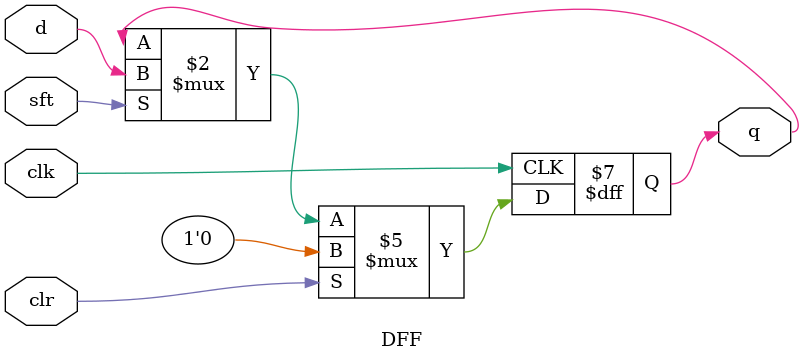
<source format=v>
`timescale 1ns/1ps 
module DFF (
    output reg q,
    input wire d, sft, clk, clr    
);

always @(posedge clk) begin
    if(clr) q<= 0;
    else if(sft) q<= d;
end

endmodule //DFF
</source>
